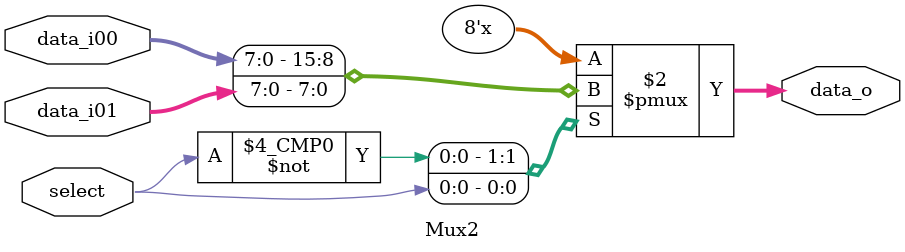
<source format=v>
module Mux2(select,data_i00,data_i01,data_o);
   parameter Size = 8;
   input wire [('d1) - ('b1):0] select;
   input wire [(Size) - ('b1):0] data_i00;
   input wire [(Size) - ('b1):0] data_i01;
   output reg [(Size) - ('b1):0] data_o;
   always @ (select or data_i00 or data_i01) begin
     case (select)
       'b0:data_o = data_i00;
       'b1:data_o = data_i01;
     endcase 
   end
endmodule
</source>
